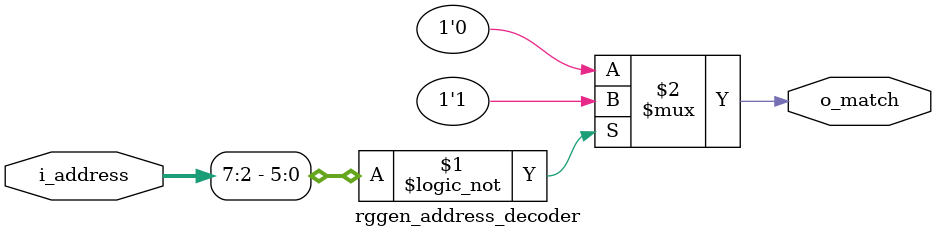
<source format=sv>
module rggen_address_decoder #(
  parameter int                     ADDRESS_WIDTH = 8,
  parameter bit [ADDRESS_WIDTH-1:0] STAET_ADDRESS = '0,
  parameter bit [ADDRESS_WIDTH-1:0] END_ADDRESS   = '0,
  parameter int                     DATA_WIDTH    = 32
)(
  input   logic [ADDRESS_WIDTH-1:0] i_address,
  output  logic                     o_match
);
  localparam  int                         LSB       = $clog2(DATA_WIDTH / 8);
  localparam  bit [ADDRESS_WIDTH-LSB-1:0] SADDRESS  = STAET_ADDRESS[ADDRESS_WIDTH-1:LSB];
  localparam  bit [ADDRESS_WIDTH-LSB-1:0] EADDRESS  = END_ADDRESS[ADDRESS_WIDTH-1:LSB];

  generate if (SADDRESS == EADDRESS) begin
    assign  o_match = (i_address[ADDRESS_WIDTH-1:LSB] == SADDRESS) ? 1'b1 : 1'b0;
  end
  else begin
    assign  o_match = (
      (i_address[ADDRESS_WIDTH-1:LSB] >= SADDRESS) &&
      (i_address[ADDRESS_WIDTH-1:LSB] <= EADDRESS)
    ) ? 1'b1 : 1'b0;
  end endgenerate
endmodule

</source>
